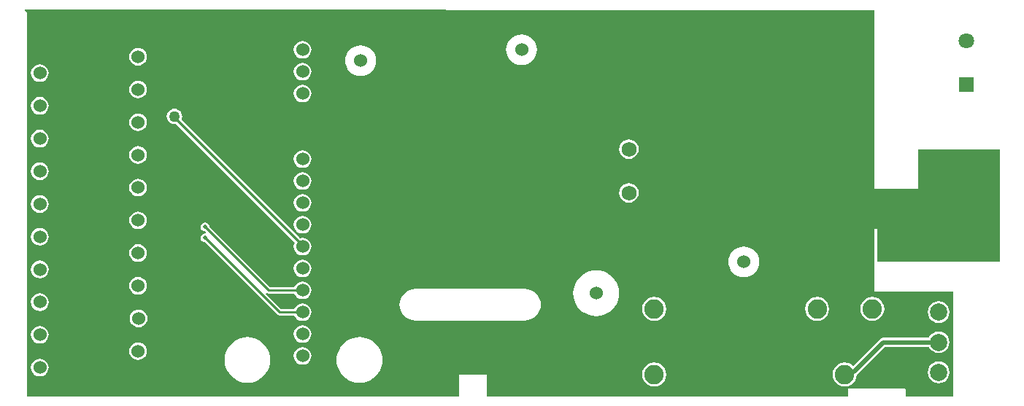
<source format=gbl>
G04*
G04 #@! TF.GenerationSoftware,Altium Limited,Altium Designer,21.7.2 (23)*
G04*
G04 Layer_Physical_Order=2*
G04 Layer_Color=16711680*
%FSLAX25Y25*%
%MOIN*%
G70*
G04*
G04 #@! TF.SameCoordinates,A3CC0EF7-59E5-4A17-9AAF-691C48D25572*
G04*
G04*
G04 #@! TF.FilePolarity,Positive*
G04*
G01*
G75*
%ADD11C,0.01000*%
%ADD38C,0.02000*%
%ADD39C,0.06890*%
%ADD40C,0.06000*%
%ADD41R,0.07087X0.07087*%
%ADD42C,0.07087*%
%ADD43C,0.07874*%
%ADD44C,0.08858*%
%ADD45C,0.05000*%
%ADD46C,0.02000*%
G36*
X389500Y179000D02*
Y97500D01*
X409500D01*
Y115500D01*
X447000D01*
Y64000D01*
X391000Y64000D01*
X391000Y79000D01*
X389500D01*
Y50500D01*
X425500D01*
Y2500D01*
X404000D01*
Y5500D01*
X403500Y6000D01*
X377500D01*
Y2500D01*
X212500D01*
Y12500D01*
X200000D01*
Y2500D01*
X2500D01*
Y178000D01*
X1463Y179037D01*
X1654Y179499D01*
X389500Y179000D01*
D02*
G37*
%LPC*%
G36*
X128500Y165034D02*
X127456Y164897D01*
X126483Y164494D01*
X125647Y163853D01*
X125006Y163017D01*
X124603Y162044D01*
X124466Y161000D01*
X124603Y159956D01*
X125006Y158983D01*
X125647Y158147D01*
X126483Y157506D01*
X127456Y157103D01*
X128500Y156965D01*
X129544Y157103D01*
X130517Y157506D01*
X131353Y158147D01*
X131994Y158983D01*
X132397Y159956D01*
X132535Y161000D01*
X132397Y162044D01*
X131994Y163017D01*
X131353Y163853D01*
X130517Y164494D01*
X129544Y164897D01*
X128500Y165034D01*
D02*
G37*
G36*
X228500Y168034D02*
X227128Y167899D01*
X225808Y167499D01*
X224592Y166849D01*
X223526Y165974D01*
X222652Y164908D01*
X222002Y163692D01*
X221601Y162372D01*
X221466Y161000D01*
X221601Y159628D01*
X222002Y158308D01*
X222652Y157092D01*
X223526Y156026D01*
X224592Y155151D01*
X225808Y154501D01*
X227128Y154101D01*
X228500Y153966D01*
X229872Y154101D01*
X231192Y154501D01*
X232408Y155151D01*
X233474Y156026D01*
X234349Y157092D01*
X234998Y158308D01*
X235399Y159628D01*
X235534Y161000D01*
X235399Y162372D01*
X234998Y163692D01*
X234349Y164908D01*
X233474Y165974D01*
X232408Y166849D01*
X231192Y167499D01*
X229872Y167899D01*
X228500Y168034D01*
D02*
G37*
G36*
X53382Y161818D02*
X52338Y161680D01*
X51365Y161277D01*
X50529Y160636D01*
X49888Y159801D01*
X49485Y158828D01*
X49347Y157783D01*
X49485Y156739D01*
X49888Y155766D01*
X50529Y154931D01*
X51365Y154289D01*
X52338Y153886D01*
X53382Y153749D01*
X54426Y153886D01*
X55399Y154289D01*
X56235Y154931D01*
X56876Y155766D01*
X57279Y156739D01*
X57416Y157783D01*
X57279Y158828D01*
X56876Y159801D01*
X56235Y160636D01*
X55399Y161277D01*
X54426Y161680D01*
X53382Y161818D01*
D02*
G37*
G36*
X155000Y163034D02*
X153628Y162899D01*
X152308Y162498D01*
X151092Y161848D01*
X150026Y160974D01*
X149152Y159908D01*
X148502Y158692D01*
X148101Y157372D01*
X147966Y156000D01*
X148101Y154628D01*
X148502Y153308D01*
X149152Y152092D01*
X150026Y151026D01*
X151092Y150152D01*
X152308Y149502D01*
X153628Y149101D01*
X155000Y148966D01*
X156372Y149101D01*
X157692Y149502D01*
X158908Y150152D01*
X159974Y151026D01*
X160848Y152092D01*
X161498Y153308D01*
X161899Y154628D01*
X162034Y156000D01*
X161899Y157372D01*
X161498Y158692D01*
X160848Y159908D01*
X159974Y160974D01*
X158908Y161848D01*
X157692Y162498D01*
X156372Y162899D01*
X155000Y163034D01*
D02*
G37*
G36*
X128500Y155034D02*
X127456Y154897D01*
X126483Y154494D01*
X125647Y153853D01*
X125006Y153017D01*
X124603Y152044D01*
X124466Y151000D01*
X124603Y149956D01*
X125006Y148983D01*
X125647Y148147D01*
X126483Y147506D01*
X127456Y147103D01*
X128500Y146966D01*
X129544Y147103D01*
X130517Y147506D01*
X131353Y148147D01*
X131994Y148983D01*
X132397Y149956D01*
X132535Y151000D01*
X132397Y152044D01*
X131994Y153017D01*
X131353Y153853D01*
X130517Y154494D01*
X129544Y154897D01*
X128500Y155034D01*
D02*
G37*
G36*
X8500Y154338D02*
X7456Y154200D01*
X6483Y153797D01*
X5647Y153156D01*
X5006Y152320D01*
X4603Y151347D01*
X4465Y150303D01*
X4603Y149259D01*
X5006Y148286D01*
X5647Y147450D01*
X6483Y146809D01*
X7456Y146406D01*
X8500Y146269D01*
X9544Y146406D01*
X10517Y146809D01*
X11353Y147450D01*
X11994Y148286D01*
X12397Y149259D01*
X12535Y150303D01*
X12397Y151347D01*
X11994Y152320D01*
X11353Y153156D01*
X10517Y153797D01*
X9544Y154200D01*
X8500Y154338D01*
D02*
G37*
G36*
X53382Y146857D02*
X52338Y146720D01*
X51365Y146317D01*
X50529Y145676D01*
X49888Y144840D01*
X49485Y143867D01*
X49347Y142823D01*
X49485Y141779D01*
X49888Y140806D01*
X50529Y139970D01*
X51365Y139329D01*
X52338Y138926D01*
X53382Y138788D01*
X54426Y138926D01*
X55399Y139329D01*
X56235Y139970D01*
X56876Y140806D01*
X57279Y141779D01*
X57416Y142823D01*
X57279Y143867D01*
X56876Y144840D01*
X56235Y145676D01*
X55399Y146317D01*
X54426Y146720D01*
X53382Y146857D01*
D02*
G37*
G36*
X128500Y145035D02*
X127456Y144897D01*
X126483Y144494D01*
X125647Y143853D01*
X125006Y143017D01*
X124603Y142044D01*
X124466Y141000D01*
X124603Y139956D01*
X125006Y138983D01*
X125647Y138147D01*
X126483Y137506D01*
X127456Y137103D01*
X128500Y136966D01*
X129544Y137103D01*
X130517Y137506D01*
X131353Y138147D01*
X131994Y138983D01*
X132397Y139956D01*
X132535Y141000D01*
X132397Y142044D01*
X131994Y143017D01*
X131353Y143853D01*
X130517Y144494D01*
X129544Y144897D01*
X128500Y145035D01*
D02*
G37*
G36*
X8500Y139377D02*
X7456Y139240D01*
X6483Y138837D01*
X5647Y138195D01*
X5006Y137360D01*
X4603Y136387D01*
X4465Y135343D01*
X4603Y134298D01*
X5006Y133325D01*
X5647Y132490D01*
X6483Y131849D01*
X7456Y131446D01*
X8500Y131308D01*
X9544Y131446D01*
X10517Y131849D01*
X11353Y132490D01*
X11994Y133325D01*
X12397Y134298D01*
X12535Y135343D01*
X12397Y136387D01*
X11994Y137360D01*
X11353Y138195D01*
X10517Y138837D01*
X9544Y139240D01*
X8500Y139377D01*
D02*
G37*
G36*
X53382Y131897D02*
X52338Y131759D01*
X51365Y131356D01*
X50529Y130715D01*
X49888Y129879D01*
X49485Y128906D01*
X49347Y127862D01*
X49485Y126818D01*
X49888Y125845D01*
X50529Y125009D01*
X51365Y124368D01*
X52338Y123965D01*
X53382Y123828D01*
X54426Y123965D01*
X55399Y124368D01*
X56235Y125009D01*
X56876Y125845D01*
X57279Y126818D01*
X57416Y127862D01*
X57279Y128906D01*
X56876Y129879D01*
X56235Y130715D01*
X55399Y131356D01*
X54426Y131759D01*
X53382Y131897D01*
D02*
G37*
G36*
X8500Y124416D02*
X7456Y124279D01*
X6483Y123876D01*
X5647Y123235D01*
X5006Y122399D01*
X4603Y121426D01*
X4465Y120382D01*
X4603Y119338D01*
X5006Y118365D01*
X5647Y117529D01*
X6483Y116888D01*
X7456Y116485D01*
X8500Y116347D01*
X9544Y116485D01*
X10517Y116888D01*
X11353Y117529D01*
X11994Y118365D01*
X12397Y119338D01*
X12535Y120382D01*
X12397Y121426D01*
X11994Y122399D01*
X11353Y123235D01*
X10517Y123876D01*
X9544Y124279D01*
X8500Y124416D01*
D02*
G37*
G36*
X277500Y119983D02*
X276340Y119831D01*
X275258Y119383D01*
X274330Y118670D01*
X273617Y117742D01*
X273169Y116660D01*
X273017Y115500D01*
X273169Y114340D01*
X273617Y113258D01*
X274330Y112330D01*
X275258Y111617D01*
X276340Y111170D01*
X277500Y111017D01*
X278660Y111170D01*
X279742Y111617D01*
X280670Y112330D01*
X281383Y113258D01*
X281831Y114340D01*
X281983Y115500D01*
X281831Y116660D01*
X281383Y117742D01*
X280670Y118670D01*
X279742Y119383D01*
X278660Y119831D01*
X277500Y119983D01*
D02*
G37*
G36*
X53382Y116936D02*
X52338Y116799D01*
X51365Y116396D01*
X50529Y115754D01*
X49888Y114919D01*
X49485Y113946D01*
X49347Y112902D01*
X49485Y111857D01*
X49888Y110884D01*
X50529Y110049D01*
X51365Y109408D01*
X52338Y109004D01*
X53382Y108867D01*
X54426Y109004D01*
X55399Y109408D01*
X56235Y110049D01*
X56876Y110884D01*
X57279Y111857D01*
X57416Y112902D01*
X57279Y113946D01*
X56876Y114919D01*
X56235Y115754D01*
X55399Y116396D01*
X54426Y116799D01*
X53382Y116936D01*
D02*
G37*
G36*
X128500Y115034D02*
X127456Y114897D01*
X126483Y114494D01*
X125647Y113853D01*
X125006Y113017D01*
X124603Y112044D01*
X124466Y111000D01*
X124603Y109956D01*
X125006Y108983D01*
X125647Y108147D01*
X126483Y107506D01*
X127456Y107103D01*
X128500Y106965D01*
X129544Y107103D01*
X130517Y107506D01*
X131353Y108147D01*
X131994Y108983D01*
X132397Y109956D01*
X132535Y111000D01*
X132397Y112044D01*
X131994Y113017D01*
X131353Y113853D01*
X130517Y114494D01*
X129544Y114897D01*
X128500Y115034D01*
D02*
G37*
G36*
X8500Y109456D02*
X7456Y109318D01*
X6483Y108915D01*
X5647Y108274D01*
X5006Y107439D01*
X4603Y106465D01*
X4465Y105421D01*
X4603Y104377D01*
X5006Y103404D01*
X5647Y102568D01*
X6483Y101927D01*
X7456Y101524D01*
X8500Y101387D01*
X9544Y101524D01*
X10517Y101927D01*
X11353Y102568D01*
X11994Y103404D01*
X12397Y104377D01*
X12535Y105421D01*
X12397Y106465D01*
X11994Y107439D01*
X11353Y108274D01*
X10517Y108915D01*
X9544Y109318D01*
X8500Y109456D01*
D02*
G37*
G36*
X128500Y105034D02*
X127456Y104897D01*
X126483Y104494D01*
X125647Y103853D01*
X125006Y103017D01*
X124603Y102044D01*
X124466Y101000D01*
X124603Y99956D01*
X125006Y98983D01*
X125647Y98147D01*
X126483Y97506D01*
X127456Y97103D01*
X128500Y96965D01*
X129544Y97103D01*
X130517Y97506D01*
X131353Y98147D01*
X131994Y98983D01*
X132397Y99956D01*
X132535Y101000D01*
X132397Y102044D01*
X131994Y103017D01*
X131353Y103853D01*
X130517Y104494D01*
X129544Y104897D01*
X128500Y105034D01*
D02*
G37*
G36*
X53382Y101976D02*
X52338Y101838D01*
X51365Y101435D01*
X50529Y100794D01*
X49888Y99958D01*
X49485Y98985D01*
X49347Y97941D01*
X49485Y96897D01*
X49888Y95924D01*
X50529Y95088D01*
X51365Y94447D01*
X52338Y94044D01*
X53382Y93906D01*
X54426Y94044D01*
X55399Y94447D01*
X56235Y95088D01*
X56876Y95924D01*
X57279Y96897D01*
X57416Y97941D01*
X57279Y98985D01*
X56876Y99958D01*
X56235Y100794D01*
X55399Y101435D01*
X54426Y101838D01*
X53382Y101976D01*
D02*
G37*
G36*
X277500Y99983D02*
X276340Y99831D01*
X275258Y99383D01*
X274330Y98670D01*
X273617Y97742D01*
X273169Y96660D01*
X273017Y95500D01*
X273169Y94340D01*
X273617Y93258D01*
X274330Y92330D01*
X275258Y91617D01*
X276340Y91170D01*
X277500Y91017D01*
X278660Y91170D01*
X279742Y91617D01*
X280670Y92330D01*
X281383Y93258D01*
X281831Y94340D01*
X281983Y95500D01*
X281831Y96660D01*
X281383Y97742D01*
X280670Y98670D01*
X279742Y99383D01*
X278660Y99831D01*
X277500Y99983D01*
D02*
G37*
G36*
X128500Y95034D02*
X127456Y94897D01*
X126483Y94494D01*
X125647Y93853D01*
X125006Y93017D01*
X124603Y92044D01*
X124466Y91000D01*
X124603Y89956D01*
X125006Y88983D01*
X125647Y88147D01*
X126483Y87506D01*
X127456Y87103D01*
X128500Y86966D01*
X129544Y87103D01*
X130517Y87506D01*
X131353Y88147D01*
X131994Y88983D01*
X132397Y89956D01*
X132535Y91000D01*
X132397Y92044D01*
X131994Y93017D01*
X131353Y93853D01*
X130517Y94494D01*
X129544Y94897D01*
X128500Y95034D01*
D02*
G37*
G36*
X8500Y94495D02*
X7456Y94358D01*
X6483Y93955D01*
X5647Y93313D01*
X5006Y92478D01*
X4603Y91505D01*
X4465Y90461D01*
X4603Y89416D01*
X5006Y88443D01*
X5647Y87608D01*
X6483Y86967D01*
X7456Y86564D01*
X8500Y86426D01*
X9544Y86564D01*
X10517Y86967D01*
X11353Y87608D01*
X11994Y88443D01*
X12397Y89416D01*
X12535Y90461D01*
X12397Y91505D01*
X11994Y92478D01*
X11353Y93313D01*
X10517Y93955D01*
X9544Y94358D01*
X8500Y94495D01*
D02*
G37*
G36*
X53382Y87015D02*
X52338Y86877D01*
X51365Y86474D01*
X50529Y85833D01*
X49888Y84998D01*
X49485Y84025D01*
X49347Y82980D01*
X49485Y81936D01*
X49888Y80963D01*
X50529Y80128D01*
X51365Y79486D01*
X52338Y79083D01*
X53382Y78946D01*
X54426Y79083D01*
X55399Y79486D01*
X56235Y80128D01*
X56876Y80963D01*
X57279Y81936D01*
X57416Y82980D01*
X57279Y84025D01*
X56876Y84998D01*
X56235Y85833D01*
X55399Y86474D01*
X54426Y86877D01*
X53382Y87015D01*
D02*
G37*
G36*
X84000Y82039D02*
X83220Y81884D01*
X82558Y81442D01*
X82116Y80780D01*
X81961Y80000D01*
X82116Y79220D01*
X82558Y78558D01*
X83220Y78116D01*
X83846Y77991D01*
X84360Y77477D01*
X84113Y77017D01*
X84000Y77039D01*
X83220Y76884D01*
X82558Y76442D01*
X82116Y75780D01*
X81961Y75000D01*
X82116Y74220D01*
X82558Y73558D01*
X83220Y73116D01*
X83846Y72992D01*
X116919Y39919D01*
X117415Y39587D01*
X118000Y39471D01*
X124804D01*
X125006Y38983D01*
X125647Y38147D01*
X126483Y37506D01*
X127456Y37103D01*
X128500Y36966D01*
X129544Y37103D01*
X130517Y37506D01*
X131353Y38147D01*
X131994Y38983D01*
X132397Y39956D01*
X132535Y41000D01*
X132397Y42044D01*
X131994Y43017D01*
X131353Y43853D01*
X130517Y44494D01*
X129544Y44897D01*
X128500Y45035D01*
X127456Y44897D01*
X126483Y44494D01*
X125647Y43853D01*
X125006Y43017D01*
X124804Y42529D01*
X118633D01*
X111699Y49464D01*
X112018Y49852D01*
X112415Y49587D01*
X113000Y49471D01*
X124804D01*
X125006Y48983D01*
X125647Y48147D01*
X126483Y47506D01*
X127456Y47103D01*
X128500Y46966D01*
X129544Y47103D01*
X130517Y47506D01*
X131353Y48147D01*
X131994Y48983D01*
X132397Y49956D01*
X132535Y51000D01*
X132397Y52044D01*
X131994Y53017D01*
X131353Y53853D01*
X130517Y54494D01*
X129544Y54897D01*
X128500Y55035D01*
X127456Y54897D01*
X126483Y54494D01*
X125647Y53853D01*
X125006Y53017D01*
X124804Y52529D01*
X113634D01*
X86009Y80154D01*
X85884Y80780D01*
X85442Y81442D01*
X84780Y81884D01*
X84000Y82039D01*
D02*
G37*
G36*
X128500Y85035D02*
X127456Y84897D01*
X126483Y84494D01*
X125647Y83853D01*
X125006Y83017D01*
X124603Y82044D01*
X124466Y81000D01*
X124603Y79956D01*
X125006Y78983D01*
X125647Y78147D01*
X126483Y77506D01*
X127456Y77103D01*
X128500Y76965D01*
X129544Y77103D01*
X130517Y77506D01*
X131353Y78147D01*
X131994Y78983D01*
X132397Y79956D01*
X132535Y81000D01*
X132397Y82044D01*
X131994Y83017D01*
X131353Y83853D01*
X130517Y84494D01*
X129544Y84897D01*
X128500Y85035D01*
D02*
G37*
G36*
X8500Y79535D02*
X7456Y79397D01*
X6483Y78994D01*
X5647Y78353D01*
X5006Y77517D01*
X4603Y76544D01*
X4465Y75500D01*
X4603Y74456D01*
X5006Y73483D01*
X5647Y72647D01*
X6483Y72006D01*
X7456Y71603D01*
X8500Y71465D01*
X9544Y71603D01*
X10517Y72006D01*
X11353Y72647D01*
X11994Y73483D01*
X12397Y74456D01*
X12535Y75500D01*
X12397Y76544D01*
X11994Y77517D01*
X11353Y78353D01*
X10517Y78994D01*
X9544Y79397D01*
X8500Y79535D01*
D02*
G37*
G36*
X70000Y134030D02*
X69086Y133910D01*
X68235Y133557D01*
X67504Y132996D01*
X66943Y132265D01*
X66590Y131414D01*
X66470Y130500D01*
X66590Y129586D01*
X66943Y128735D01*
X67504Y128004D01*
X68235Y127443D01*
X69086Y127090D01*
X70000Y126970D01*
X70766Y127071D01*
X124952Y72886D01*
X124603Y72044D01*
X124466Y71000D01*
X124603Y69956D01*
X125006Y68983D01*
X125647Y68147D01*
X126483Y67506D01*
X127456Y67103D01*
X128500Y66966D01*
X129544Y67103D01*
X130517Y67506D01*
X131353Y68147D01*
X131994Y68983D01*
X132397Y69956D01*
X132535Y71000D01*
X132397Y72044D01*
X131994Y73017D01*
X131353Y73853D01*
X130517Y74494D01*
X129544Y74897D01*
X128500Y75034D01*
X127456Y74897D01*
X127322Y74841D01*
X73166Y128997D01*
X73410Y129586D01*
X73530Y130500D01*
X73410Y131414D01*
X73057Y132265D01*
X72496Y132996D01*
X71765Y133557D01*
X70914Y133910D01*
X70000Y134030D01*
D02*
G37*
G36*
X53382Y72054D02*
X52338Y71917D01*
X51365Y71514D01*
X50529Y70872D01*
X49888Y70037D01*
X49485Y69064D01*
X49347Y68020D01*
X49485Y66975D01*
X49888Y66002D01*
X50529Y65167D01*
X51365Y64526D01*
X52338Y64123D01*
X53382Y63985D01*
X54426Y64123D01*
X55399Y64526D01*
X56235Y65167D01*
X56876Y66002D01*
X57279Y66975D01*
X57416Y68020D01*
X57279Y69064D01*
X56876Y70037D01*
X56235Y70872D01*
X55399Y71514D01*
X54426Y71917D01*
X53382Y72054D01*
D02*
G37*
G36*
X330000Y71034D02*
X328628Y70899D01*
X327308Y70499D01*
X326092Y69849D01*
X325026Y68974D01*
X324151Y67908D01*
X323501Y66692D01*
X323101Y65372D01*
X322966Y64000D01*
X323101Y62628D01*
X323501Y61308D01*
X324151Y60092D01*
X325026Y59026D01*
X326092Y58152D01*
X327308Y57502D01*
X328628Y57101D01*
X330000Y56966D01*
X331372Y57101D01*
X332692Y57502D01*
X333908Y58152D01*
X334974Y59026D01*
X335848Y60092D01*
X336498Y61308D01*
X336899Y62628D01*
X337034Y64000D01*
X336899Y65372D01*
X336498Y66692D01*
X335848Y67908D01*
X334974Y68974D01*
X333908Y69849D01*
X332692Y70499D01*
X331372Y70899D01*
X330000Y71034D01*
D02*
G37*
G36*
X128500Y65035D02*
X127456Y64897D01*
X126483Y64494D01*
X125647Y63853D01*
X125006Y63017D01*
X124603Y62044D01*
X124466Y61000D01*
X124603Y59956D01*
X125006Y58983D01*
X125647Y58147D01*
X126483Y57506D01*
X127456Y57103D01*
X128500Y56966D01*
X129544Y57103D01*
X130517Y57506D01*
X131353Y58147D01*
X131994Y58983D01*
X132397Y59956D01*
X132535Y61000D01*
X132397Y62044D01*
X131994Y63017D01*
X131353Y63853D01*
X130517Y64494D01*
X129544Y64897D01*
X128500Y65035D01*
D02*
G37*
G36*
X8500Y64574D02*
X7456Y64436D01*
X6483Y64033D01*
X5647Y63392D01*
X5006Y62557D01*
X4603Y61584D01*
X4465Y60539D01*
X4603Y59495D01*
X5006Y58522D01*
X5647Y57687D01*
X6483Y57045D01*
X7456Y56642D01*
X8500Y56505D01*
X9544Y56642D01*
X10517Y57045D01*
X11353Y57687D01*
X11994Y58522D01*
X12397Y59495D01*
X12535Y60539D01*
X12397Y61584D01*
X11994Y62557D01*
X11353Y63392D01*
X10517Y64033D01*
X9544Y64436D01*
X8500Y64574D01*
D02*
G37*
G36*
X53382Y57094D02*
X52338Y56956D01*
X51365Y56553D01*
X50529Y55912D01*
X49888Y55076D01*
X49485Y54103D01*
X49347Y53059D01*
X49485Y52015D01*
X49888Y51042D01*
X50529Y50206D01*
X51365Y49565D01*
X52338Y49162D01*
X53382Y49025D01*
X54426Y49162D01*
X55399Y49565D01*
X56235Y50206D01*
X56876Y51042D01*
X57279Y52015D01*
X57416Y53059D01*
X57279Y54103D01*
X56876Y55076D01*
X56235Y55912D01*
X55399Y56553D01*
X54426Y56956D01*
X53382Y57094D01*
D02*
G37*
G36*
X8500Y49613D02*
X7456Y49476D01*
X6483Y49073D01*
X5647Y48432D01*
X5006Y47596D01*
X4603Y46623D01*
X4465Y45579D01*
X4603Y44535D01*
X5006Y43562D01*
X5647Y42726D01*
X6483Y42085D01*
X7456Y41682D01*
X8500Y41544D01*
X9544Y41682D01*
X10517Y42085D01*
X11353Y42726D01*
X11994Y43562D01*
X12397Y44535D01*
X12535Y45579D01*
X12397Y46623D01*
X11994Y47596D01*
X11353Y48432D01*
X10517Y49073D01*
X9544Y49476D01*
X8500Y49613D01*
D02*
G37*
G36*
X262588Y60119D02*
X260948Y59990D01*
X259349Y59605D01*
X257829Y58976D01*
X256427Y58117D01*
X255176Y57049D01*
X254108Y55798D01*
X253249Y54396D01*
X252620Y52876D01*
X252236Y51277D01*
X252107Y49637D01*
X252236Y47998D01*
X252620Y46399D01*
X253249Y44879D01*
X254108Y43477D01*
X255176Y42226D01*
X256427Y41158D01*
X257829Y40299D01*
X259349Y39669D01*
X260948Y39285D01*
X262588Y39156D01*
X264227Y39285D01*
X265827Y39669D01*
X267346Y40299D01*
X268748Y41158D01*
X269999Y42226D01*
X271067Y43477D01*
X271926Y44879D01*
X272556Y46399D01*
X272940Y47998D01*
X273069Y49637D01*
X272940Y51277D01*
X272556Y52876D01*
X271926Y54396D01*
X271067Y55798D01*
X269999Y57049D01*
X268748Y58117D01*
X267346Y58976D01*
X265827Y59605D01*
X264227Y59990D01*
X262588Y60119D01*
D02*
G37*
G36*
X230025Y51693D02*
X180025D01*
X178603Y51553D01*
X177237Y51139D01*
X175977Y50465D01*
X174873Y49559D01*
X173967Y48455D01*
X173294Y47196D01*
X172880Y45829D01*
X172740Y44408D01*
X172880Y42987D01*
X173294Y41620D01*
X173967Y40361D01*
X174873Y39257D01*
X175977Y38351D01*
X177237Y37677D01*
X178603Y37263D01*
X180025Y37123D01*
X230025D01*
X231446Y37263D01*
X232813Y37677D01*
X234072Y38351D01*
X235176Y39257D01*
X236082Y40361D01*
X236755Y41620D01*
X237170Y42987D01*
X237310Y44408D01*
X237170Y45829D01*
X236755Y47196D01*
X236082Y48455D01*
X235176Y49559D01*
X234072Y50465D01*
X232813Y51139D01*
X231446Y51553D01*
X230025Y51693D01*
D02*
G37*
G36*
X388697Y47976D02*
X387280Y47789D01*
X385959Y47242D01*
X384825Y46372D01*
X383955Y45238D01*
X383407Y43917D01*
X383221Y42500D01*
X383407Y41083D01*
X383955Y39762D01*
X384825Y38628D01*
X385959Y37758D01*
X387280Y37211D01*
X388697Y37024D01*
X390114Y37211D01*
X391435Y37758D01*
X392569Y38628D01*
X393439Y39762D01*
X393986Y41083D01*
X394173Y42500D01*
X393986Y43917D01*
X393439Y45238D01*
X392569Y46372D01*
X391435Y47242D01*
X390114Y47789D01*
X388697Y47976D01*
D02*
G37*
G36*
X363500D02*
X362083Y47789D01*
X360762Y47242D01*
X359628Y46372D01*
X358758Y45238D01*
X358211Y43917D01*
X358024Y42500D01*
X358211Y41083D01*
X358758Y39762D01*
X359628Y38628D01*
X360762Y37758D01*
X362083Y37211D01*
X363500Y37024D01*
X364917Y37211D01*
X366238Y37758D01*
X367372Y38628D01*
X368242Y39762D01*
X368789Y41083D01*
X368976Y42500D01*
X368789Y43917D01*
X368242Y45238D01*
X367372Y46372D01*
X366238Y47242D01*
X364917Y47789D01*
X363500Y47976D01*
D02*
G37*
G36*
X289090D02*
X287673Y47789D01*
X286353Y47242D01*
X285218Y46372D01*
X284348Y45238D01*
X283801Y43917D01*
X283615Y42500D01*
X283801Y41083D01*
X284348Y39762D01*
X285218Y38628D01*
X286353Y37758D01*
X287673Y37211D01*
X289090Y37024D01*
X290508Y37211D01*
X291828Y37758D01*
X292963Y38628D01*
X293833Y39762D01*
X294380Y41083D01*
X294566Y42500D01*
X294380Y43917D01*
X293833Y45238D01*
X292963Y46372D01*
X291828Y47242D01*
X290508Y47789D01*
X289090Y47976D01*
D02*
G37*
G36*
X419000Y45980D02*
X417711Y45810D01*
X416510Y45312D01*
X415479Y44521D01*
X414687Y43490D01*
X414190Y42289D01*
X414020Y41000D01*
X414190Y39711D01*
X414687Y38510D01*
X415479Y37479D01*
X416510Y36687D01*
X417711Y36190D01*
X419000Y36020D01*
X420289Y36190D01*
X421490Y36687D01*
X422521Y37479D01*
X423313Y38510D01*
X423810Y39711D01*
X423980Y41000D01*
X423810Y42289D01*
X423313Y43490D01*
X422521Y44521D01*
X421490Y45312D01*
X420289Y45810D01*
X419000Y45980D01*
D02*
G37*
G36*
X53594Y42133D02*
X52550Y41995D01*
X51577Y41592D01*
X50742Y40951D01*
X50100Y40116D01*
X49697Y39143D01*
X49560Y38098D01*
X49697Y37054D01*
X50100Y36081D01*
X50742Y35246D01*
X51577Y34604D01*
X52550Y34201D01*
X53594Y34064D01*
X54639Y34201D01*
X55612Y34604D01*
X56447Y35246D01*
X57089Y36081D01*
X57491Y37054D01*
X57629Y38098D01*
X57491Y39143D01*
X57089Y40116D01*
X56447Y40951D01*
X55612Y41592D01*
X54639Y41995D01*
X53594Y42133D01*
D02*
G37*
G36*
X128500Y35034D02*
X127456Y34897D01*
X126483Y34494D01*
X125647Y33853D01*
X125006Y33017D01*
X124603Y32044D01*
X124466Y31000D01*
X124603Y29956D01*
X125006Y28983D01*
X125647Y28147D01*
X126483Y27506D01*
X127456Y27103D01*
X128500Y26965D01*
X129544Y27103D01*
X130517Y27506D01*
X131353Y28147D01*
X131994Y28983D01*
X132397Y29956D01*
X132535Y31000D01*
X132397Y32044D01*
X131994Y33017D01*
X131353Y33853D01*
X130517Y34494D01*
X129544Y34897D01*
X128500Y35034D01*
D02*
G37*
G36*
X8500Y34653D02*
X7456Y34515D01*
X6483Y34112D01*
X5647Y33471D01*
X5006Y32635D01*
X4603Y31662D01*
X4465Y30618D01*
X4603Y29574D01*
X5006Y28601D01*
X5647Y27765D01*
X6483Y27124D01*
X7456Y26721D01*
X8500Y26584D01*
X9544Y26721D01*
X10517Y27124D01*
X11353Y27765D01*
X11994Y28601D01*
X12397Y29574D01*
X12535Y30618D01*
X12397Y31662D01*
X11994Y32635D01*
X11353Y33471D01*
X10517Y34112D01*
X9544Y34515D01*
X8500Y34653D01*
D02*
G37*
G36*
X419000Y32200D02*
X417711Y32030D01*
X416510Y31533D01*
X415479Y30742D01*
X414687Y29710D01*
X414501Y29260D01*
X393721D01*
X392940Y29104D01*
X392279Y28662D01*
X379987Y16371D01*
X379971Y16372D01*
X378836Y17242D01*
X377516Y17789D01*
X376098Y17976D01*
X374681Y17789D01*
X373360Y17242D01*
X372226Y16372D01*
X371356Y15238D01*
X370809Y13917D01*
X370622Y12500D01*
X370809Y11083D01*
X371356Y9762D01*
X372226Y8628D01*
X373360Y7758D01*
X374681Y7211D01*
X376098Y7024D01*
X377516Y7211D01*
X378836Y7758D01*
X379971Y8628D01*
X380841Y9762D01*
X381388Y11083D01*
X381538Y12226D01*
X381754Y12370D01*
X394565Y25181D01*
X414501D01*
X414687Y24731D01*
X415479Y23699D01*
X416510Y22908D01*
X417711Y22411D01*
X419000Y22241D01*
X420289Y22411D01*
X421490Y22908D01*
X422521Y23699D01*
X423313Y24731D01*
X423810Y25932D01*
X423980Y27220D01*
X423810Y28509D01*
X423313Y29710D01*
X422521Y30742D01*
X421490Y31533D01*
X420289Y32030D01*
X419000Y32200D01*
D02*
G37*
G36*
X53382Y27172D02*
X52338Y27035D01*
X51365Y26632D01*
X50529Y25991D01*
X49888Y25155D01*
X49485Y24182D01*
X49347Y23138D01*
X49485Y22094D01*
X49888Y21121D01*
X50529Y20285D01*
X51365Y19644D01*
X52338Y19241D01*
X53382Y19103D01*
X54426Y19241D01*
X55399Y19644D01*
X56235Y20285D01*
X56876Y21121D01*
X57279Y22094D01*
X57416Y23138D01*
X57279Y24182D01*
X56876Y25155D01*
X56235Y25991D01*
X55399Y26632D01*
X54426Y27035D01*
X53382Y27172D01*
D02*
G37*
G36*
X128500Y25034D02*
X127456Y24897D01*
X126483Y24494D01*
X125647Y23853D01*
X125006Y23017D01*
X124603Y22044D01*
X124466Y21000D01*
X124603Y19956D01*
X125006Y18983D01*
X125647Y18147D01*
X126483Y17506D01*
X127456Y17103D01*
X128500Y16965D01*
X129544Y17103D01*
X130517Y17506D01*
X131353Y18147D01*
X131994Y18983D01*
X132397Y19956D01*
X132535Y21000D01*
X132397Y22044D01*
X131994Y23017D01*
X131353Y23853D01*
X130517Y24494D01*
X129544Y24897D01*
X128500Y25034D01*
D02*
G37*
G36*
X8500Y19692D02*
X7456Y19555D01*
X6483Y19151D01*
X5647Y18510D01*
X5006Y17675D01*
X4603Y16702D01*
X4465Y15657D01*
X4603Y14613D01*
X5006Y13640D01*
X5647Y12805D01*
X6483Y12163D01*
X7456Y11760D01*
X8500Y11623D01*
X9544Y11760D01*
X10517Y12163D01*
X11353Y12805D01*
X11994Y13640D01*
X12397Y14613D01*
X12535Y15657D01*
X12397Y16702D01*
X11994Y17675D01*
X11353Y18510D01*
X10517Y19151D01*
X9544Y19555D01*
X8500Y19692D01*
D02*
G37*
G36*
X154500Y29615D02*
X152860Y29486D01*
X151261Y29102D01*
X149742Y28473D01*
X148339Y27613D01*
X147089Y26545D01*
X146021Y25294D01*
X145161Y23892D01*
X144532Y22373D01*
X144148Y20773D01*
X144019Y19134D01*
X144148Y17494D01*
X144532Y15895D01*
X145161Y14376D01*
X146021Y12973D01*
X147089Y11722D01*
X148339Y10654D01*
X149742Y9795D01*
X151261Y9166D01*
X152860Y8782D01*
X154500Y8653D01*
X156140Y8782D01*
X157739Y9166D01*
X159258Y9795D01*
X160661Y10654D01*
X161911Y11722D01*
X162979Y12973D01*
X163839Y14376D01*
X164468Y15895D01*
X164852Y17494D01*
X164981Y19134D01*
X164852Y20773D01*
X164468Y22373D01*
X163839Y23892D01*
X162979Y25294D01*
X161911Y26545D01*
X160661Y27613D01*
X159258Y28473D01*
X157739Y29102D01*
X156140Y29486D01*
X154500Y29615D01*
D02*
G37*
G36*
X103319D02*
X101679Y29486D01*
X100080Y29102D01*
X98561Y28473D01*
X97158Y27613D01*
X95908Y26545D01*
X94840Y25294D01*
X93980Y23892D01*
X93351Y22373D01*
X92967Y20773D01*
X92838Y19134D01*
X92967Y17494D01*
X93351Y15895D01*
X93980Y14376D01*
X94840Y12973D01*
X95908Y11722D01*
X97158Y10654D01*
X98561Y9795D01*
X100080Y9166D01*
X101679Y8782D01*
X103319Y8653D01*
X104958Y8782D01*
X106558Y9166D01*
X108077Y9795D01*
X109479Y10654D01*
X110730Y11722D01*
X111798Y12973D01*
X112658Y14376D01*
X113287Y15895D01*
X113671Y17494D01*
X113800Y19134D01*
X113671Y20773D01*
X113287Y22373D01*
X112658Y23892D01*
X111798Y25294D01*
X110730Y26545D01*
X109479Y27613D01*
X108077Y28473D01*
X106558Y29102D01*
X104958Y29486D01*
X103319Y29615D01*
D02*
G37*
G36*
X419000Y18421D02*
X417711Y18251D01*
X416510Y17753D01*
X415479Y16962D01*
X414687Y15931D01*
X414190Y14730D01*
X414020Y13441D01*
X414190Y12152D01*
X414687Y10951D01*
X415479Y9920D01*
X416510Y9128D01*
X417711Y8631D01*
X419000Y8461D01*
X420289Y8631D01*
X421490Y9128D01*
X422521Y9920D01*
X423313Y10951D01*
X423810Y12152D01*
X423980Y13441D01*
X423810Y14730D01*
X423313Y15931D01*
X422521Y16962D01*
X421490Y17753D01*
X420289Y18251D01*
X419000Y18421D01*
D02*
G37*
G36*
X289090Y17976D02*
X287673Y17789D01*
X286353Y17242D01*
X285218Y16372D01*
X284348Y15238D01*
X283801Y13917D01*
X283615Y12500D01*
X283801Y11083D01*
X284348Y9762D01*
X285218Y8628D01*
X286353Y7758D01*
X287673Y7211D01*
X289090Y7024D01*
X290508Y7211D01*
X291828Y7758D01*
X292963Y8628D01*
X293833Y9762D01*
X294380Y11083D01*
X294566Y12500D01*
X294380Y13917D01*
X293833Y15238D01*
X292963Y16372D01*
X291828Y17242D01*
X290508Y17789D01*
X289090Y17976D01*
D02*
G37*
%LPD*%
D11*
X113000Y51000D02*
X128500D01*
X84000Y80000D02*
X113000Y51000D01*
X118000Y41000D02*
X128500D01*
X84000Y75000D02*
X118000Y41000D01*
X128500Y71000D02*
Y71500D01*
X70000Y130000D02*
X128500Y71500D01*
X70000Y130000D02*
Y130500D01*
D38*
X393721Y27220D02*
X419000D01*
X376098Y12500D02*
X377411Y13812D01*
X380312D02*
X393721Y27220D01*
X377411Y13812D02*
X380312D01*
D39*
X277500Y95500D02*
D03*
Y105500D02*
D03*
Y115500D02*
D03*
D40*
X228500Y161000D02*
D03*
X155000Y156000D02*
D03*
X330000Y64000D02*
D03*
X128500Y161000D02*
D03*
Y151000D02*
D03*
Y141000D02*
D03*
Y21000D02*
D03*
Y31000D02*
D03*
Y41000D02*
D03*
Y51000D02*
D03*
Y61000D02*
D03*
Y71000D02*
D03*
Y81000D02*
D03*
Y91000D02*
D03*
Y101000D02*
D03*
Y111000D02*
D03*
Y121000D02*
D03*
Y131000D02*
D03*
X8500Y15657D02*
D03*
Y30618D02*
D03*
Y45579D02*
D03*
Y60539D02*
D03*
Y75500D02*
D03*
Y90461D02*
D03*
Y105421D02*
D03*
Y120382D02*
D03*
Y135343D02*
D03*
X53382Y23138D02*
D03*
X53594Y38098D02*
D03*
X53382Y53059D02*
D03*
Y68020D02*
D03*
Y82980D02*
D03*
Y97941D02*
D03*
Y112902D02*
D03*
Y127862D02*
D03*
X8500Y150303D02*
D03*
X53382Y142823D02*
D03*
Y157783D02*
D03*
X262588Y49637D02*
D03*
D41*
X431500Y145000D02*
D03*
Y81000D02*
D03*
D42*
Y165000D02*
D03*
Y101000D02*
D03*
D43*
X419000Y13441D02*
D03*
Y27220D02*
D03*
Y41000D02*
D03*
D44*
X289090Y42500D02*
D03*
X363500D02*
D03*
X388697D02*
D03*
X376098Y12500D02*
D03*
X289090D02*
D03*
D45*
X250000Y94500D02*
D03*
X70000Y130500D02*
D03*
X229500Y14500D02*
D03*
D46*
X84000Y75000D02*
D03*
Y80000D02*
D03*
M02*

</source>
